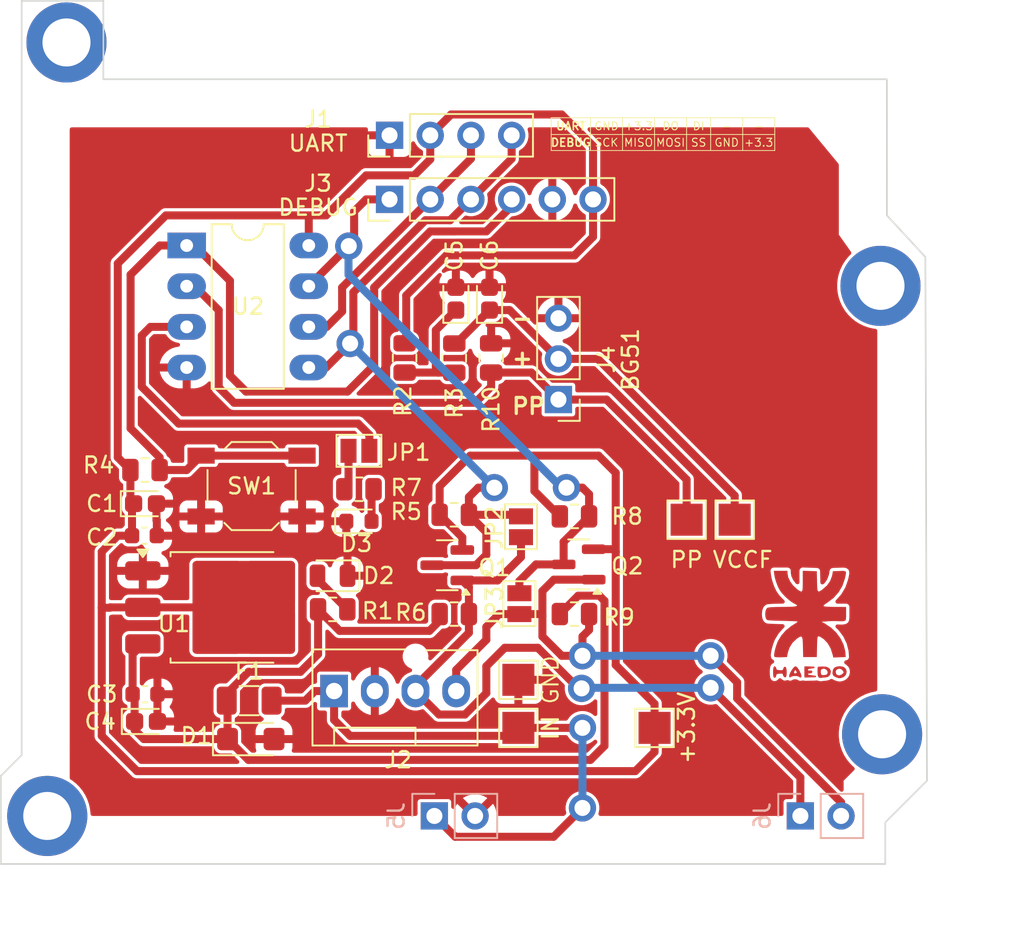
<source format=kicad_pcb>
(kicad_pcb (version 20241229) (generator "pcbnew") (generator_version "9.0")
  (layers (0 "F.Cu" signal) (2 "B.Cu" signal) (13 "F.Paste" user) (15 "B.Paste" user) (5 "F.SilkS" user "F.Silkscreen") (7 "B.SilkS" user "B.Silkscreen") (1 "F.Mask" user) (3 "B.Mask" user) (25 "Edge.Cuts" user))
  (net 0 "")
  (net 1 "Net-(C5-Pad1)")
  (net 2 "GND")
  (net 3 "/VDC_Filter")
  (net 4 "Net-(D3-A)")
  (net 5 "Net-(D2-A)")
  (net 6 "/SCK")
  (net 7 "/PP")
  (net 8 "/SS")
  (net 9 "Net-(JP1-A)")
  (net 10 "Net-(JP1-B)")
  (net 11 "+3.3V")
  (net 12 "+3.7V")
  (net 13 "/SDA_HV")
  (net 14 "/SCL_HV")
  (net 15 "/DO")
  (net 16 "/DI")
  (net 17 "/IN")
  (footprint "Fuse:Fuse_1206_3216Metric" (layer "F.Cu") (at 139 103.8)
    (property "Reference" "F1")
    (property "Value" "Fuse_Small")
  )
  (footprint "Package_TO_SOT_SMD:SOT-23" (layer "F.Cu") (at 151.3635 95.34375 180)
    (property "Reference" "Q1")
    (property "Value" "NMOS")
  )
  (footprint "Resistor_SMD:R_0805_2012Metric" (layer "F.Cu") (at 159.301 98.39375)
    (property "Reference" "R9")
    (property "Value" "10k")
  )
  (footprint "Connector_PinHeader_2.54mm:PinHeader_1x03_P2.54mm_Vertical" (layer "F.Cu") (at 158.301 85 180)
    (property "Reference" "J4")
    (property "Value" "BG51")
  )
  (footprint "" (layer "F.Cu") (at 178.4 77.9)
    (property "Reference" "")
    (property "Value" "")
  )
  (footprint "Connector:FanPinHeader_1x04_P2.54mm_Vertical" (layer "F.Cu") (at 144.301 103.2)
    (property "Reference" "J2")
    (property "Value" "CONN")
  )
  (footprint "" (layer "F.Cu") (at 127.6 62.7)
    (property "Reference" "")
    (property "Value" "")
  )
  (footprint "Button_Switch_SMD:SW_SPST_TL3342" (layer "F.Cu") (at 139.151 90.4)
    (property "Reference" "SW1")
    (property "Value" "Reset")
  )
  (footprint "Package_TO_SOT_SMD:TO-252-3_TabPin2" (layer "F.Cu") (at 137.4035 97.975)
    (property "Reference" "U1")
    (property "Value" "LM1117DT-3.3")
  )
  (footprint "Jumper:SolderJumper-2_P1.3mm_Open_Pad1.0x1.5mm" (layer "F.Cu") (at 155.9635 92.94375 -90)
    (property "Reference" "JP2")
    (property "Value" "SolderJumper_2_Open")
  )
  (footprint "Resistor_SMD:R_0805_2012Metric" (layer "F.Cu") (at 151.801 92.19375)
    (property "Reference" "R5")
    (property "Value" "10k")
  )
  (footprint "LED_SMD:LED_0603_1608Metric" (layer "F.Cu") (at 145.851 92.6)
    (property "Reference" "D3")
    (property "Value" "Test")
  )
  (footprint "Resistor_SMD:R_0805_2012Metric" (layer "F.Cu") (at 151.801 82.4125 90)
    (property "Reference" "R3")
    (property "Value" "1.8k")
  )
  (footprint "Resistor_SMD:R_0805_2012Metric" (layer "F.Cu") (at 154.101 82.4 90)
    (property "Reference" "R10")
    (property "Value" "10k")
  )
  (footprint "TestPoint:TestPoint_Pad_2.0x2.0mm" (layer "F.Cu") (at 155.801 102.5)
    (property "Reference" "GND")
    (property "Value" "Test_GND")
  )
  (footprint "Capacitor_SMD:C_0603_1608Metric" (layer "F.Cu") (at 132.4635 93.5)
    (property "Reference" "C2")
    (property "Value" "100nF")
  )
  (footprint "Capacitor_Tantalum_SMD:CP_EIA-1608-08_AVX-J" (layer "F.Cu") (at 132.501 91.5)
    (property "Reference" "C1")
    (property "Value" "10uF")
  )
  (footprint "Capacitor_Tantalum_SMD:CP_EIA-1608-08_AVX-J" (layer "F.Cu") (at 154.001 78.7 90)
    (property "Reference" "C6")
    (property "Value" "4.7uF")
  )
  (footprint "TestPoint:TestPoint_Pad_2.0x2.0mm" (layer "F.Cu") (at 164.301 105.5)
    (property "Reference" "+3.3V")
    (property "Value" "Test_+3.3V")
  )
  (footprint "TestPoint:TestPoint_Pad_2.0x2.0mm" (layer "F.Cu") (at 166.301 92.5 180)
    (property "Reference" "PP")
    (property "Value" "Test_PP")
  )
  (footprint "LED_SMD:LED_0805_2012Metric" (layer "F.Cu") (at 144.2 96 180)
    (property "Reference" "D2")
    (property "Value" "PW")
  )
  (footprint "Diode_SMD:D_SMF" (layer "F.Cu") (at 139.101 106.2)
    (property "Reference" "D1")
    (property "Value" "D_Shockley")
  )
  (footprint "Package_DIP:DIP-8_W7.62mm_LongPads" (layer "F.Cu") (at 135.1 75.38)
    (property "Reference" "U2")
    (property "Value" "ATtiny85-20S")
  )
  (footprint "image:utn" (layer "F.Cu") (at 174 99)
    (property "Reference" "G***" (hide yes))
    (property "Value" "LOGO" (hide yes))
  )
  (footprint "Capacitor_SMD:C_0603_1608Metric" (layer "F.Cu") (at 132.501 103.4)
    (property "Reference" "C3")
    (property "Value" "100nF")
  )
  (footprint "TestPoint:TestPoint_Pad_2.0x2.0mm" (layer "F.Cu") (at 169.301 92.5 180)
    (property "Reference" "VCCF")
    (property "Value" "Test_VCC_Filter")
  )
  (footprint "Package_TO_SOT_SMD:SOT-23" (layer "F.Cu") (at 159.5635 95.29375 180)
    (property "Reference" "Q2")
    (property "Value" "NMOS")
  )
  (footprint "Connector_PinHeader_2.54mm:PinHeader_1x06_P2.54mm_Vertical" (layer "F.Cu") (at 147.761 72.5 90)
    (property "Reference" "J3")
    (property "Value" "DEBUG")
  )
  (footprint "Resistor_SMD:R_0805_2012Metric" (layer "F.Cu") (at 148.701 82.4 -90)
    (property "Reference" "R2")
    (property "Value" "1.8k")
  )
  (footprint "" (layer "F.Cu") (at 178.5 105.9)
    (property "Reference" "")
    (property "Value" "")
  )
  (footprint "Resistor_SMD:R_0805_2012Metric" (layer "F.Cu") (at 132.501 89.4)
    (property "Reference" "R4")
    (property "Value" "4.7k")
  )
  (footprint "Capacitor_Tantalum_SMD:CP_EIA-1608-08_AVX-J" (layer "F.Cu") (at 151.901 78.7 90)
    (property "Reference" "C5")
    (property "Value" "4.7u")
  )
  (footprint "Resistor_SMD:R_0805_2012Metric" (layer "F.Cu") (at 159.301 92.29375)
    (property "Reference" "R8")
    (property "Value" "10k")
  )
  (footprint "Connector_PinHeader_2.54mm:PinHeader_1x04_P2.54mm_Vertical" (layer "F.Cu") (at 147.761 68.5 90)
    (property "Reference" "J1")
    (property "Value" "UART")
  )
  (footprint "" (layer "F.Cu") (at 126.4 111)
    (property "Reference" "")
    (property "Value" "")
  )
  (footprint "TestPoint:TestPoint_Pad_2.0x2.0mm" (layer "F.Cu") (at 155.801 105.5)
    (property "Reference" "IN")
    (property "Value" "Test_+3.7V")
  )
  (footprint "Resistor_SMD:R_0805_2012Metric" (layer "F.Cu") (at 144.2135 98.1)
    (property "Reference" "R1")
    (property "Value" "220")
  )
  (footprint "image:diy" (layer "F.Cu") (at 184.5 106.7)
    (property "Reference" "G***" (hide yes))
    (property "Value" "LOGO" (hide yes))
  )
  (footprint "Resistor_SMD:R_0805_2012Metric" (layer "F.Cu") (at 145.851 90.6)
    (property "Reference" "R7")
    (property "Value" "220")
  )
  (footprint "Jumper:SolderJumper-2_P1.3mm_Open_Pad1.0x1.5mm" (layer "F.Cu") (at 155.8635 97.74375 -90)
    (property "Reference" "JP3")
    (property "Value" "SolderJumper_2_Open")
  )
  (footprint "Resistor_SMD:R_0805_2012Metric" (layer "F.Cu") (at 151.801 98.39375)
    (property "Reference" "R6")
    (property "Value" "10k")
  )
  (footprint "Capacitor_Tantalum_SMD:CP_EIA-1608-08_AVX-J" (layer "F.Cu") (at 132.5635 105.1)
    (property "Reference" "C4")
    (property "Value" "10uF")
  )
  (footprint "Jumper:SolderJumper-2_P1.3mm_Open_Pad1.0x1.5mm" (layer "F.Cu") (at 145.851 88.2)
    (property "Reference" "JP1")
    (property "Value" "SolderJumper_2_Open")
  )
  (footprint "Connector_PinHeader_2.54mm:PinHeader_1x02_P2.54mm_Vertical" (layer "B.Cu") (at 150.56 111 -90)
    (property "Reference" "J5")
    (property "Value" "Conn_01x02_Pin")
  )
  (footprint "Connector_PinHeader_2.54mm:PinHeader_1x02_P2.54mm_Vertical" (layer "B.Cu") (at 173.4 111 -90)
    (property "Reference" "J6")
    (property "Value" "Conn_01x02_Pin")
  )
  (gr_poly (pts (xy 123.501 108.5) (xy 124.801 107.2) (xy 124.801 60.1) (xy 129.901 60.1) (xy 129.901 65) (xy 178.801 65) (xy 178.8 73.5) (xy 181.201 76.1) (xy 181.301 108.8) (xy 178.701 111.4) (xy 178.701 114) (xy 123.5 114)) (stroke (width 0.1)) (fill no) (layer "Edge.Cuts"))
  (gr_text "-" (at 155.301 80.5 0) (layer "F.SilkS") (effects (font (size 1 1) (thickness 0.2) (bold yes)) (justify left bottom)))
  (gr_text "PP" (at 155.301 86 0) (layer "F.SilkS") (effects (font (size 1 1) (thickness 0.2) (bold yes)) (justify left bottom)))
  (gr_text "+" (at 155.301 83 0) (layer "F.SilkS") (effects (font (size 1 1) (thickness 0.2) (bold yes)) (justify left bottom)))
  (table (column_count 7) (layer "F.SilkS") (border (external yes) (header yes) (stroke (width 0.05))) (separators (rows yes) (cols yes) (stroke (width 0.05))) (column_widths 2.45 2 2 2 1.5 2 2) (row_heights 1.05 1) (cells (table_cell "UART" (start 157.851 67.4) (end 160.301 68.45) (margins 1.0025 1.0025 1.0025 1.0025) (span 1 1) (layer "F.SilkS") (effects (font (size 0.5 0.5) (bold yes)))) (table_cell "GND" (start 160.301 67.4) (end 162.301 68.45) (margins 1.0025 1.0025 1.0025 1.0025) (span 1 1) (layer "F.SilkS") (effects (font (size 0.5 0.5)))) (table_cell "+3.3" (start 162.301 67.4) (end 164.301 68.45) (margins 1.0025 1.0025 1.0025 1.0025) (span 1 1) (layer "F.SilkS") (effects (font (size 0.5 0.5)))) (table_cell "DO" (start 164.301 67.4) (end 166.301 68.45) (margins 1.0025 1.0025 1.0025 1.0025) (span 1 1) (layer "F.SilkS") (effects (font (size 0.5 0.5)))) (table_cell "DI" (start 166.301 67.4) (end 167.801 68.45) (margins 1.0025 1.0025 1.0025 1.0025) (span 1 1) (layer "F.SilkS") (effects (font (size 0.5 0.5)))) (table_cell "-" (start 167.801 67.4) (end 169.801 68.45) (margins 1.0025 1.0025 1.0025 1.0025) (span 1 1) (layer "F.SilkS") (effects (font (size 0.5 0.5)))) (table_cell "-" (start 169.801 67.4) (end 171.801 68.45) (margins 1.0025 1.0025 1.0025 1.0025) (span 1 1) (layer "F.SilkS") (effects (font (size 0.5 0.5)))) (table_cell "DEBUG" (start 157.851 68.45) (end 160.301 69.45) (margins 1.0025 1.0025 1.0025 1.0025) (span 1 1) (layer "F.SilkS") (effects (font (size 0.5 0.5) (bold yes)))) (table_cell "SCK" (start 160.301 68.45) (end 162.301 69.45) (margins 1.0025 1.0025 1.0025 1.0025) (span 1 1) (layer "F.SilkS") (effects (font (size 0.5 0.5)))) (table_cell "MISO" (start 162.301 68.45) (end 164.301 69.45) (margins 1.0025 1.0025 1.0025 1.0025) (span 1 1) (layer "F.SilkS") (effects (font (size 0.5 0.5)))) (table_cell "MOSI" (start 164.301 68.45) (end 166.301 69.45) (margins 1.0025 1.0025 1.0025 1.0025) (span 1 1) (layer "F.SilkS") (effects (font (size 0.5 0.5)))) (table_cell "SS" (start 166.301 68.45) (end 167.801 69.45) (margins 1.0025 1.0025 1.0025 1.0025) (span 1 1) (layer "F.SilkS") (effects (font (size 0.5 0.5)))) (table_cell "GND" (start 167.801 68.45) (end 169.801 69.45) (margins 1.0025 1.0025 1.0025 1.0025) (span 1 1) (layer "F.SilkS") (effects (font (size 0.5 0.5)))) (table_cell "+3.3" (start 169.801 68.45) (end 171.801 69.45) (margins 1.0025 1.0025 1.0025 1.0025) (span 1 1) (layer "F.SilkS") (effects (font (size 0.5 0.5))))))
  (segment (start 149.401 83.3125) (end 150.801 83.3125) (width 0.5) (layer "F.Cu") (net 1))
  (segment (start 150.801 83.3125) (end 151.7885 83.3125) (width 0.5) (layer "F.Cu") (net 1))
  (segment (start 150.65 83.1615) (end 150.801 83.3125) (width 0.5) (layer "F.Cu") (net 1))
  (segment (start 150.65 80.6635) (end 150.65 83.1615) (width 0.5) (layer "F.Cu") (net 1))
  (segment (start 151.7885 83.3125) (end 151.801 83.325) (width 0.5) (layer "F.Cu") (net 1))
  (segment (start 150.65 80.6635) (end 151.901 79.4125) (width 0.5) (layer "F.Cu") (net 1))
  (segment (start 153.766622 77.9875) (end 153.901 77.9875) (width 0.5) (layer "F.Cu") (net 2))
  (segment (start 151.9135 81.5) (end 154.001 79.4125) (width 0.5) (layer "F.Cu") (net 3))
  (segment (start 151.801 81.5) (end 151.9135 81.5) (width 0.5) (layer "F.Cu") (net 3))
  (segment (start 155.2535 79.4125) (end 158.301 82.46) (width 0.5) (layer "F.Cu") (net 3))
  (segment (start 169.301 91) (end 169.301 92.5) (width 0.5) (layer "F.Cu") (net 3))
  (segment (start 158.301 82.46) (end 160.761 82.46) (width 0.5) (layer "F.Cu") (net 3))
  (segment (start 154.001 79.4125) (end 155.2535 79.4125) (width 0.5) (layer "F.Cu") (net 3))
  (segment (start 160.761 82.46) (end 169.301 91) (width 0.5) (layer "F.Cu") (net 3))
  (segment (start 146.6385 92.6) (end 146.6385 90.725) (width 0.5) (layer "F.Cu") (net 4))
  (segment (start 146.6385 90.725) (end 146.7635 90.6) (width 0.5) (layer "F.Cu") (net 4))
  (segment (start 143.2625 96.2365) (end 145.126 98.1) (width 0.5) (layer "F.Cu") (net 5))
  (segment (start 143.2625 96) (end 143.2625 96.2365) (width 0.5) (layer "F.Cu") (net 5))
  (segment (start 146.301 72.5) (end 147.761 72.5) (width 0.5) (layer "F.Cu") (net 6))
  (segment (start 158.801 90.5) (end 159.801 90.5) (width 0.5) (layer "F.Cu") (net 6))
  (segment (start 145.21622 75.41522) (end 142.72 77.91144) (width 0.5) (layer "F.Cu") (net 6))
  (segment (start 145.21622 75.41522) (end 145.551 75.08044) (width 0.5) (layer "F.Cu") (net 6))
  (segment (start 155.8635 97.09375) (end 155.8635 96.33125) (width 0.5) (layer "F.Cu") (net 6))
  (segment (start 158.626 95.29375) (end 158.626 93.88125) (width 0.5) (layer "F.Cu") (net 6))
  (segment (start 160.2135 90.9125) (end 160.2135 92.29375) (width 0.5) (layer "F.Cu") (net 6))
  (segment (start 159.801 90.5) (end 160.2135 90.9125) (width 0.5) (layer "F.Cu") (net 6))
  (segment (start 158.626 93.88125) (end 160.2135 92.29375) (width 0.5) (layer "F.Cu") (net 6))
  (segment (start 145.551 75.08044) (end 145.551 73.25) (width 0.5) (layer "F.Cu") (net 6))
  (segment (start 145.551 73.25) (end 146.301 72.5) (width 0.5) (layer "F.Cu") (net 6))
  (segment (start 142.72 77.91144) (end 142.72 77.92) (width 0.5) (layer "F.Cu") (net 6))
  (segment (start 155.8635 96.33125) (end 156.901 95.29375) (width 0.5) (layer "F.Cu") (net 6))
  (segment (start 156.901 95.29375) (end 158.626 95.29375) (width 0.5) (layer "F.Cu") (net 6))
  (via (at 158.801 90.5) (size 1.7) (drill 1) (layers "F.Cu" "B.Cu") (net 6))
  (via (at 145.21622 75.41522) (size 1.7) (drill 1) (layers "F.Cu" "B.Cu") (net 6))
  (segment (start 145.21622 75.41522) (end 145.2 75.43144) (width 0.5) (layer "B.Cu") (net 6))
  (segment (start 145.2 75.43144) (end 145.2 77.2) (width 0.5) (layer "B.Cu") (net 6))
  (segment (start 158.5 90.5) (end 158.801 90.5) (width 0.5) (layer "B.Cu") (net 6))
  (segment (start 145.531 75.73) (end 145.21622 75.41522) (width 0.5) (layer "B.Cu") (net 6))
  (segment (start 145.2 77.2) (end 158.5 90.5) (width 0.5) (layer "B.Cu") (net 6))
  (segment (start 145.551 75.73) (end 145.531 75.73) (width 0.5) (layer "B.Cu") (net 6))
  (segment (start 154.201 83.4125) (end 154.101 83.3125) (width 0.5) (layer "F.Cu") (net 7))
  (segment (start 161.301 85) (end 166.301 90) (width 0.5) (layer "F.Cu") (net 7))
  (segment (start 137.1 79.42) (end 137.1 84.241364) (width 0.5) (layer "F.Cu") (net 7))
  (segment (start 166.301 90) (end 166.301 92.5) (width 0.5) (layer "F.Cu") (net 7))
  (segment (start 156.6135 83.3125) (end 158.301 85) (width 0.5) (layer "F.Cu") (net 7))
  (segment (start 135.1 77.92) (end 135.6 77.92) (width 0.5) (layer "F.Cu") (net 7))
  (segment (start 153.1 85.201) (end 154.101 84.2) (width 0.5) (layer "F.Cu") (net 7))
  (segment (start 138.059636 85.201) (end 153.1 85.201) (width 0.5) (layer "F.Cu") (net 7))
  (segment (start 135.6 77.92) (end 137.1 79.42) (width 0.5) (layer "F.Cu") (net 7))
  (segment (start 158.301 85) (end 161.301 85) (width 0.5) (layer "F.Cu") (net 7))
  (segment (start 153.801 83.325) (end 153.876 83.4) (width 0.5) (layer "F.Cu") (net 7))
  (segment (start 154.101 84.2) (end 154.101 83.3125) (width 0.5) (layer "F.Cu") (net 7))
  (segment (start 154.101 83.3125) (end 156.6135 83.3125) (width 0.5) (layer "F.Cu") (net 7))
  (segment (start 137.1 84.241364) (end 138.059636 85.201) (width 0.5) (layer "F.Cu") (net 7))
  (segment (start 133.4135 89.4) (end 133.4135 88.6125) (width 0.5) (layer "F.Cu") (net 8))
  (segment (start 151.832364 74.5) (end 153.801 74.5) (width 0.5) (layer "F.Cu") (net 8))
  (segment (start 153.801 74.5) (end 155.381 72.92) (width 0.5) (layer "F.Cu") (net 8))
  (segment (start 133.4135 89.4) (end 135.101 89.4) (width 0.5) (layer "F.Cu") (net 8))
  (segment (start 151.830364 74.502) (end 151.832364 74.5) (width 0.5) (layer "F.Cu") (net 8))
  (segment (start 138.801 84.5) (end 145.141017 84.5) (width 0.5) (layer "F.Cu") (net 8))
  (segment (start 135.101 89.4) (end 136.001 88.5) (width 0.5) (layer "F.Cu") (net 8))
  (segment (start 146.801 82.840017) (end 146.801 78) (width 0.5) (layer "F.Cu") (net 8))
  (segment (start 135.6 75.38) (end 137.801 77.581) (width 0.5) (layer "F.Cu") (net 8))
  (segment (start 146.801 78) (end 150.299 74.502) (width 0.5) (layer "F.Cu") (net 8))
  (segment (start 133.4135 88.6125) (end 131.6 86.799) (width 0.5) (layer "F.Cu") (net 8))
  (segment (start 131.6 86.799) (end 131.6 77.201) (width 0.5) (layer "F.Cu") (net 8))
  (segment (start 131.6 77.201) (end 133.421 75.38) (width 0.5) (layer "F.Cu") (net 8))
  (segment (start 137.801 77.581) (end 137.801 83.5) (width 0.5) (layer "F.Cu") (net 8))
  (segment (start 135.1 75.38) (end 135.6 75.38) (width 0.5) (layer "F.Cu") (net 8))
  (segment (start 145.141017 84.5) (end 146.801 82.840017) (width 0.5) (layer "F.Cu") (net 8))
  (segment (start 133.421 75.38) (end 135.1 75.38) (width 0.5) (layer "F.Cu") (net 8))
  (segment (start 155.381 72.92) (end 155.381 72.5) (width 0.5) (layer "F.Cu") (net 8))
  (segment (start 137.801 83.5) (end 138.801 84.5) (width 0.5) (layer "F.Cu") (net 8))
  (segment (start 142.301 88.5) (end 136.001 88.5) (width 0.5) (layer "F.Cu") (net 8))
  (segment (start 150.299 74.502) (end 151.830364 74.502) (width 0.5) (layer "F.Cu") (net 8))
  (segment (start 145.201 90.3375) (end 144.9385 90.6) (width 0.5) (layer "F.Cu") (net 9))
  (segment (start 145.201 88.2) (end 145.201 90.3375) (width 0.5) (layer "F.Cu") (net 9))
  (segment (start 134.6 86.5) (end 145.801 86.5) (width 0.5) (layer "F.Cu") (net 10))
  (segment (start 146.501 87.2) (end 146.501 88.2) (width 0.5) (layer "F.Cu") (net 10))
  (segment (start 132.301 84.201) (end 132.301 81) (width 0.5) (layer "F.Cu") (net 10))
  (segment (start 135.1 80.46) (end 135.1 79.96) (width 0.5) (layer "F.Cu") (net 10))
  (segment (start 132.301 81) (end 132.841 80.46) (width 0.5) (layer "F.Cu") (net 10))
  (segment (start 134.6 86.5) (end 132.301 84.201) (width 0.5) (layer "F.Cu") (net 10))
  (segment (start 132.841 80.46) (end 135.1 80.46) (width 0.5) (layer "F.Cu") (net 10))
  (segment (start 145.801 86.5) (end 146.501 87.2) (width 0.5) (layer "F.Cu") (net 10))
  (segment (start 164.301 107) (end 163.1 108.201) (width 0.5) (layer "F.Cu") (net 11))
  (segment (start 148.701 81.4875) (end 148.801 81.3875) (width 0.5) (layer "F.Cu") (net 11))
  (segment (start 131.5885 89.4) (end 131.7885 89.6) (width 0.5) (layer "F.Cu") (net 11))
  (segment (start 146.301 71) (end 149.301 71) (width 0.5) (layer "F.Cu") (net 11))
  (segment (start 161.877 94.5) (end 161.877 89.576) (width 0.5) (layer "F.Cu") (net 11))
  (segment (start 148.801 78.5) (end 151.301 76) (width 0.5) (layer "F.Cu") (net 11))
  (segment (start 143.801 73.5) (end 146.301 71) (width 0.5) (layer "F.Cu") (net 11))
  (segment (start 138.301 98.5575) (end 138.6635 98.92) (width 0.5) (layer "F.Cu") (net 11))
  (segment (start 149.301 71) (end 150.301 70) (width 0.5) (layer "F.Cu") (net 11))
  (segment (start 142.72 73.5) (end 143.801 73.5) (width 0.5) (layer "F.Cu") (net 11))
  (segment (start 160.461 72.5) (end 160.461 69.16) (width 0.5) (layer "F.Cu") (net 11))
  (segment (start 163.1 108.201) (end 132.002 108.201) (width 0.5) (layer "F.Cu") (net 11))
  (segment (start 129.801 94.5) (end 130.801 93.5) (width 0.5) (layer "F.Cu") (net 11))
  (segment (start 160.501 94.34375) (end 161.72075 94.34375) (width 0.5) (layer "F.Cu") (net 11))
  (segment (start 164.301 105.5) (end 164.301 107) (width 0.5) (layer "F.Cu") (net 11))
  (segment (start 131.5885 89.4) (end 130.801 88.6125) (width 0.5) (layer "F.Cu") (net 11))
  (segment (start 152.301 94.39375) (end 152.301 93.60625) (width 0.5) (layer "F.Cu") (net 11))
  (segment (start 158.5 67.199) (end 151.602 67.199) (width 0.5) (layer "F.Cu") (net 11))
  (segment (start 129.801 98) (end 129.801 94.5) (width 0.5) (layer "F.Cu") (net 11))
  (segment (start 130.801 88.6125) (end 130.801 76.5) (width 0.5) (layer "F.Cu") (net 11))
  (segment (start 130.326 97.975) (end 132.3635 97.975) (width 0.5) (layer "F.Cu") (net 11))
  (segment (start 160.801 88.5) (end 152.801 88.5) (width 0.5) (layer "F.Cu") (net 11))
  (segment (start 152.301 93.60625) (end 150.8885 92.19375) (width 0.5) (layer "F.Cu") (net 11))
  (segment (start 142.72 73.5) (end 142.72 74.88) (width 0.5) (layer "F.Cu") (net 11))
  (segment (start 131.6885 91.6) (end 131.7885 91.5) (width 0.5) (layer "F.Cu") (net 11))
  (segment (start 160.461 74.84) (end 160.461 72.5) (width 0.5) (layer "F.Cu") (net 11))
  (segment (start 132.3635 97.975) (end 138.6635 97.975) (width 0.5) (layer "F.Cu") (net 11))
  (segment (start 150.301 70) (end 150.301 68.5) (width 0.5) (layer "F.Cu") (net 11))
  (segment (start 158.3885 92.29375) (end 156.801 90.70625) (width 0.5) (layer "F.Cu") (net 11))
  (segment (start 132.3385 98) (end 132.3635 97.975) (width 0.5) (layer "F.Cu") (net 11))
  (segment (start 150.8885 90.4125) (end 150.8885 92.19375) (width 0.5) (layer "F.Cu") (net 11))
  (segment (start 131.5885 89.4) (end 131.5885 91.3) (width 0.5) (layer "F.Cu") (net 11))
  (segment (start 160.461 69.16) (end 158.5 67.199) (width 0.5) (layer "F.Cu") (net 11))
  (segment (start 132.002 108.201) (end 129.801 106) (width 0.5) (layer "F.Cu") (net 11))
  (segment (start 130.301 98) (end 130.326 97.975) (width 0.5) (layer "F.Cu") (net 11))
  (segment (start 129.801 98) (end 130.301 98) (width 0.5) (layer "F.Cu") (net 11))
  (segment (start 152.801 88.5) (end 150.8885 90.4125) (width 0.5) (layer "F.Cu") (net 11))
  (segment (start 164.301 104) (end 164.301 105.5) (width 0.5) (layer "F.Cu") (net 11))
  (segment (start 159.301 76) (end 160.461 74.84) (width 0.5) (layer "F.Cu") (net 11))
  (segment (start 156.801 90.70625) (end 156.801 88.5) (width 0.5) (layer "F.Cu") (net 11))
  (segment (start 129.801 106) (end 129.801 98) (width 0.5) (layer "F.Cu") (net 11))
  (segment (start 151.602 67.199) (end 150.301 68.5) (width 0.5) (layer "F.Cu") (net 11))
  (segment (start 161.877 94.5) (end 161.877 101.576) (width 0.5) (layer "F.Cu") (net 11))
  (segment (start 161.72075 94.34375) (end 161.877 94.5) (width 0.5) (layer "F.Cu") (net 11))
  (segment (start 161.877 101.576) (end 164.301 104) (width 0.5) (layer "F.Cu") (net 11))
  (segment (start 151.301 76) (end 159.301 76) (width 0.5) (layer "F.Cu") (net 11))
  (segment (start 131.7885 93.4) (end 131.6885 93.5) (width 0.5) (layer "F.Cu") (net 11))
  (segment (start 148.801 81.3875) (end 148.801 78.5) (width 0.5) (layer "F.Cu") (net 11))
  (segment (start 161.877 89.576) (end 160.801 88.5) (width 0.5) (layer "F.Cu") (net 11))
  (segment (start 133.801 73.5) (end 142.72 73.5) (width 0.5) (layer "F.Cu") (net 11))
  (segment (start 130.801 76.5) (end 133.801 73.5) (width 0.5) (layer "F.Cu") (net 11))
  (segment (start 130.801 93.5) (end 131.6885 93.5) (width 0.5) (layer "F.Cu") (net 11))
  (segment (start 131.6885 93.5) (end 131.6885 91.6) (width 0.5) (layer "F.Cu") (net 11))
  (segment (start 131.5885 91.3) (end 131.7885 91.5) (width 0.5) (layer "F.Cu") (net 11))
  (segment (start 158.3885 98.39375) (end 159.5385 97.24375) (width 0.5) (layer "F.Cu") (net 12))
  (segment (start 142.201 102) (end 143.301 100.9) (width 0.5) (layer "F.Cu") (net 12))
  (segment (start 160.301 107.5) (end 138.951 107.5) (width 0.5) (layer "F.Cu") (net 12))
  (segment (start 131.851 105.625) (end 131.851 105.1) (width 0.5) (layer "F.Cu") (net 12))
  (segment (start 131.726 103.4) (end 131.726 100.8925) (width 0.5) (layer "F.Cu") (net 12))
  (segment (start 143.301 98.1) (end 144.451 99.25) (width 0.5) (layer "F.Cu") (net 12))
  (segment (start 150.8885 98.80625) (end 150.8885 98.39375) (width 0.5) (layer "F.Cu") (net 12))
  (segment (start 144.64475 99.44375) (end 150.251 99.44375) (width 0.5) (layer "F.Cu") (net 12))
  (segment (start 161.176 97.56875) (end 161.176 106.625) (width 0.5) (layer "F.Cu") (net 12))
  (segment (start 137.651 106.2) (end 137.651 104.1875) (width 0.5) (layer "F.Cu") (net 12))
  (segment (start 150.251 99.44375) (end 150.8885 98.80625) (width 0.5) (layer "F.Cu") (net 12))
  (segment (start 137.6 103.3635) (end 138.9635 102) (width 0.5) (layer "F.Cu") (net 12))
  (segment (start 138.9635 102) (end 142.201 102) (width 0.5) (layer "F.Cu") (net 12))
  (segment (start 138.951 107.5) (end 137.651 106.2) (width 0.5) (layer "F.Cu") (net 12))
  (segment (start 131.851 103.525) (end 131.726 103.4) (width 0.5) (layer "F.Cu") (net 12))
  (segment (start 131.726 100.8925) (end 132.3635 100.255) (width 0.5) (layer "F.Cu") (net 12))
  (segment (start 160.851 97.24375) (end 161.176 97.56875) (width 0.5) (layer "F.Cu") (net 12))
  (segment (start 143.301 100.9) (end 143.301 98.1) (width 0.5) (layer "F.Cu") (net 12))
  (segment (start 132.426 106.2) (end 131.851 105.625) (width 0.5) (layer "F.Cu") (net 12))
  (segment (start 131.851 105.1) (end 131.851 103.525) (width 0.5) (layer "F.Cu") (net 12))
  (segment (start 137.651 106.2) (end 132.426 106.2) (width 0.5) (layer "F.Cu") (net 12))
  (segment (start 137.651 104.1875) (end 137.6 104.1365) (width 0.5) (layer "F.Cu") (net 12))
  (segment (start 161.176 106.625) (end 160.301 107.5) (width 0.5) (layer "F.Cu") (net 12))
  (segment (start 159.5385 97.24375) (end 160.851 97.24375) (width 0.5) (layer "F.Cu") (net 12))
  (segment (start 137.6 104.1365) (end 137.6 103.3635) (width 0.5) (layer "F.Cu") (net 12))
  (segment (start 144.451 99.25) (end 144.64475 99.44375) (width 0.5) (layer "F.Cu") (net 12))
  (segment (start 149.381 103.2) (end 150.847 104.666) (width 0.5) (layer "F.Cu") (net 13))
  (segment (start 152.7135 99.56125) (end 152.7135 98.39375) (width 0.5) (layer "F.Cu") (net 13))
  (segment (start 155.9635 94.8375) (end 155.9635 93.59375) (width 0.5) (layer "F.Cu") (net 13))
  (segment (start 152.301 96.29375) (end 154.50725 96.29375) (width 0.5) (layer "F.Cu") (net 13))
  (segment (start 153.801 103.331105) (end 153.801 101.651364) (width 0.5) (layer "F.Cu") (net 13))
  (segment (start 149.381 103.2) (end 149.381 103.42) (width 0.5) (layer "F.Cu") (net 13))
  (segment (start 159.549115 103.033229) (end 159.747505 103.033229) (width 0.5) (layer "F.Cu") (net 13))
  (segment (start 152.7135 98.39375) (end 152.8135 98.49375) (width 0.5) (layer "F.Cu") (net 13))
  (segment (start 167.801 103) (end 173.4 108.599) (width 0.5) (layer "F.Cu") (net 13))
  (segment (start 154.50725 96.29375) (end 155.9635 94.8375) (width 0.5) (layer "F.Cu") (net 13))
  (segment (start 154.952364 100.5) (end 157.015886 100.5) (width 0.5) (layer "F.Cu") (net 13))
  (segment (start 152.466105 104.666) (end 153.801 103.331105) (width 0.5) (layer "F.Cu") (net 13))
  (segment (start 173.4 108.599) (end 173.4 111) (width 0.5) (layer "F.Cu") (net 13))
  (segment (start 149.381 103.2) (end 149.381 102.89375) (width 0.5) (layer "F.Cu") (net 13))
  (segment (start 152.301 96.29375) (end 152.7135 96.70625) (width 0.5) (layer "F.Cu") (net 13))
  (segment (start 157.015886 100.5) (end 159.549115 103.033229) (width 0.5) (layer "F.Cu") (net 13))
  (segment (start 149.381 102.89375) (end 152.7135 99.56125) (width 0.5) (layer "F.Cu") (net 13))
  (segment (start 152.7135 96.70625) (end 152.7135 98.39375) (width 0.5) (layer "F.Cu") (net 13))
  (segment (start 149.381 103.42) (end 149.301 103.5) (width 0.5) (layer "F.Cu") (net 13))
  (segment (start 153.801 101.651364) (end 154.952364 100.5) (width 0.5) (layer "F.Cu") (net 13))
  (segment (start 150.847 104.666) (end 152.466105 104.666) (width 0.5) (layer "F.Cu") (net 13))
  (via (at 159.747505 103.033229) (size 1.7) (drill 1) (layers "F.Cu" "B.Cu") (net 13))
  (via (at 167.801 103) (size 1.7) (drill 1) (layers "F.Cu" "B.Cu") (net 13))
  (segment (start 167.801 103) (end 159.780734 103) (width 0.5) (layer "B.Cu") (net 13))
  (segment (start 159.780734 103) (end 159.747505 103.033229) (width 0.5) (layer "B.Cu") (net 13))
  (segment (start 151.921 103.2) (end 151.921 101.88) (width 0.5) (layer "F.Cu") (net 14))
  (segment (start 157.301 98.5) (end 157.19475 98.39375) (width 0.5) (layer "F.Cu") (net 14))
  (segment (start 159.801 99.79375) (end 159.801 101) (width 0.5) (layer "F.Cu") (net 14))
  (segment (start 158.50725 101) (end 157.301 99.79375) (width 0.5) (layer "F.Cu") (net 14))
  (segment (start 153.801 100) (end 153.801 99.19375) (width 0.5) (layer "F.Cu") (net 14))
  (segment (start 157.19475 98.39375) (end 155.8635 98.39375) (width 0.5) (layer "F.Cu") (net 14))
  (segment (start 169.453219 102.652219) (end 169.453219 103.660855) (width 0.5) (layer "F.Cu") (net 14))
  (segment (start 151.921 101.88) (end 153.801 100) (width 0.5) (layer "F.Cu") (net 14))
  (segment (start 175.94 110.147636) (end 175.94 111) (width 0.5) (layer "F.Cu") (net 14))
  (segment (start 159.801 99.79375) (end 160.2135 99.38125) (width 0.5) (layer "F.Cu") (net 14))
  (segment (start 155.8135 98.44375) (end 155.8635 98.39375) (width 0.5) (layer "F.Cu") (net 14))
  (segment (start 167.801 101) (end 169.453219 102.652219) (width 0.5) (layer "F.Cu") (net 14))
  (segment (start 154.601 98.39375) (end 155.8635 98.39375) (width 0.5) (layer "F.Cu") (net 14))
  (segment (start 157.301 96.95625) (end 158.0135 96.24375) (width 0.5) (layer "F.Cu") (net 14))
  (segment (start 169.453219 103.660855) (end 175.94 110.147636) (width 0.5) (layer "F.Cu") (net 14))
  (segment (start 159.801 101) (end 158.50725 101) (width 0.5) (layer "F.Cu") (net 14))
  (segment (start 160.2135 99.38125) (end 160.2135 98.39375) (width 0.5) (layer "F.Cu") (net 14))
  (segment (start 153.801 99.19375) (end 154.601 98.39375) (width 0.5) (layer "F.Cu") (net 14))
  (segment (start 157.301 99.79375) (end 157.301 98.5) (width 0.5) (layer "F.Cu") (net 14))
  (segment (start 158.0135 96.24375) (end 160.501 96.24375) (width 0.5) (layer "F.Cu") (net 14))
  (segment (start 157.301 98.5) (end 157.301 96.95625) (width 0.5) (layer "F.Cu") (net 14))
  (via (at 159.801 101) (size 1.7) (drill 1) (layers "F.Cu" "B.Cu") (net 14))
  (via (at 167.801 101) (size 1.7) (drill 1) (layers "F.Cu" "B.Cu") (net 14))
  (segment (start 167.801 101) (end 167.597504 100.796504) (width 0.5) (layer "B.Cu") (net 14))
  (segment (start 159.801 101) (end 167.801 101) (width 0.5) (layer "B.Cu") (net 14))
  (segment (start 144.801 79.5) (end 144.801 78) (width 0.5) (layer "F.Cu") (net 15))
  (segment (start 142.72 79.96) (end 142.72 80.46) (width 0.5) (layer "F.Cu") (net 15))
  (segment (start 144.801 78) (end 150.301 72.5) (width 0.5) (layer "F.Cu") (net 15))
  (segment (start 152.841 69.96) (end 152.841 68.5) (width 0.5) (layer "F.Cu") (net 15))
  (segment (start 150.301 72.5) (end 152.841 69.96) (width 0.5) (layer "F.Cu") (net 15))
  (segment (start 143.841 80.46) (end 144.801 79.5) (width 0.5) (layer "F.Cu") (net 15))
  (segment (start 142.72 80.46) (end 143.841 80.46) (width 0.5) (layer "F.Cu") (net 15))
  (segment (start 150.301 72.63931) (end 150.301 72.5) (width 0.5) (layer "F.Cu") (net 15))
  (segment (start 142.72 80.46) (end 142.72 80.22031) (width 0.5) (layer "F.Cu") (net 15))
  (segment (start 150 73.801) (end 151.54 73.801) (width 0.5) (layer "F.Cu") (net 16))
  (segment (start 145.301 81.5) (end 143.801 83) (width 0.5) (layer "F.Cu") (net 16))
  (segment (start 151.54 73.801) (end 152.841 72.5) (width 0.5) (layer "F.Cu") (net 16))
  (segment (start 152.7135 92.19375) (end 155.8635 92.19375) (width 0.5) (layer "F.Cu") (net 16))
  (segment (start 153.301 90.5) (end 152.7135 91.0875) (width 0.5) (layer "F.Cu") (net 16))
  (segment (start 145.502 81.299) (end 145.301 81.5) (width 0.5) (layer "F.Cu") (net 16))
  (segment (start 154.301 90.5) (end 153.301 90.5) (width 0.5) (layer "F.Cu") (net 16))
  (segment (start 152.309636 72.5) (end 152.841 72.5) (width 0.5) (layer "F.Cu") (net 16))
  (segment (start 155.381 69.96) (end 155.381 68.5) (width 0.5) (layer "F.Cu") (net 16))
  (segment (start 150.426 95.34375) (end 153.151 95.34375) (width 0.5) (layer "F.Cu") (net 16))
  (segment (start 145.502 78.299) (end 145.502 81.299) (width 0.5) (layer "F.Cu") (net 16))
  (segment (start 152.7135 91.0875) (end 152.7135 92.19375) (width 0.5) (layer "F.Cu") (net 16))
  (segment (start 153.801 94.69375) (end 153.801 93.28125) (width 0.5) (layer "F.Cu") (net 16))
  (segment (start 152.841 72.5) (end 155.381 69.96) (width 0.5) (layer "F.Cu") (net 16))
  (segment (start 153.801 93.28125) (end 152.7135 92.19375) (width 0.5) (layer "F.Cu") (net 16))
  (segment (start 143.801 83) (end 142.72 83) (width 0.5) (layer "F.Cu") (net 16))
  (segment (start 155.8635 92.19375) (end 155.9635 92.29375) (width 0.5) (layer "F.Cu") (net 16))
  (segment (start 153.151 95.34375) (end 153.801 94.69375) (width 0.5) (layer "F.Cu") (net 16))
  (segment (start 145.502 78.299) (end 150 73.801) (width 0.5) (layer "F.Cu") (net 16))
  (via (at 154.301 90.5) (size 1.7) (drill 1) (layers "F.Cu" "B.Cu") (net 16))
  (via (at 145.301 81.5) (size 1.7) (drill 1) (layers "F.Cu" "B.Cu") (net 16))
  (segment (start 145.301 81.5) (end 154.301 90.5) (width 0.5) (layer "B.Cu") (net 16))
  (segment (start 151.861 112.301) (end 150.56 111) (width 0.5) (layer "F.Cu") (net 17))
  (segment (start 144.301 103.2) (end 144.201 103.2) (width 0.5) (layer "F.Cu") (net 17))
  (segment (start 155.801 105.5) (end 159.801 105.5) (width 0.5) (layer "F.Cu") (net 17))
  (segment (start 158 112.301) (end 151.861 112.301) (width 0.5) (layer "F.Cu") (net 17))
  (segment (start 145.301 106) (end 155.201 106) (width 0.5) (layer "F.Cu") (net 17))
  (segment (start 144.301 105) (end 145.301 106) (width 0.5) (layer "F.Cu") (net 17))
  (segment (start 144.201 103.2) (end 143.901 103.5) (width 0.5) (layer "F.Cu") (net 17))
  (segment (start 144.301 103.2) (end 144.301 105) (width 0.5) (layer "F.Cu") (net 17))
  (segment (start 143.101 103.2) (end 142.501 103.8) (width 0.5) (layer "F.Cu") (net 17))
  (segment (start 144.301 103.2) (end 143.101 103.2) (width 0.5) (layer "F.Cu") (net 17))
  (segment (start 159.801 110.5) (end 158 112.301) (width 0.5) (layer "F.Cu") (net 17))
  (segment (start 155.201 106) (end 155.701 105.5) (width 0.5) (layer "F.Cu") (net 17))
  (segment (start 140.7 103.8) (end 140.4 104.1) (width 0.5) (layer "F.Cu") (net 17))
  (segment (start 142.501 103.8) (end 140.7 103.8) (width 0.5) (layer "F.Cu") (net 17))
  (via (at 159.801 110.5) (size 1.7) (drill 1) (layers "F.Cu" "B.Cu") (net 17))
  (via (at 159.801 105.5) (size 1.7) (drill 1) (layers "F.Cu" "B.Cu") (net 17))
  (segment (start 159.801 105.5) (end 159.801 110.5) (width 0.5) (layer "B.Cu") (net 17))
  (zone (net 2) (net_name "GND") (layer "F.Cu") (name "GND") (priority 1) (connect_pads (clearance 0)) (min_thickness 0.25) (fill yes (thermal_gap 0.5) (thermal_bridge_width 0.5))
    (polygon (pts (xy 127.8 68) (xy 173.9 68) (xy 175.8 70.3) (xy 175.8 74.7) (xy 178.2 78.1) (xy 178.2 106.7) (xy 176.1 108.8) (xy 176.1 111) (xy 127.801 111)))
  )
)
</source>
